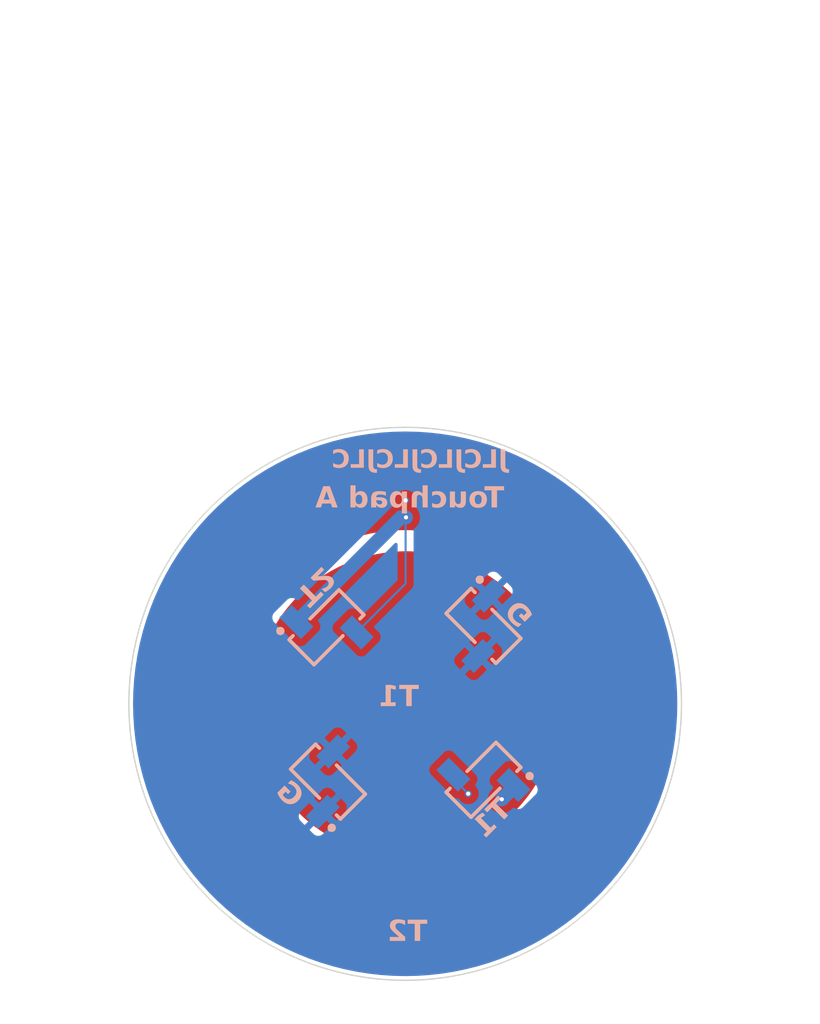
<source format=kicad_pcb>
(kicad_pcb (version 20221018) (generator pcbnew)
  (layers (0 "F.Cu" signal) (31 "B.Cu" signal) (34 "B.Paste" user) (35 "F.Paste" user) (36 "B.SilkS" user "B.Silkscreen") (37 "F.SilkS" user "F.Silkscreen") (38 "B.Mask" user) (39 "F.Mask" user) (44 "Edge.Cuts" user))
  (net 0 "")
  (net 1 "Net-(T1-Pad1)")
  (net 2 "Net-(T2-Pad1)")
  (net 3 "GND")
  (footprint "footprint:Touchpad inner circle" (layer "F.Cu") (at 103.181082 66.349705)
    (fp_text reference "T1" hide)
    (fp_text value "Inner circle")
    (pad "1" smd circle (at 0 0) (size 22 22) (layers "F.Cu") (net 1 "Net-(T1-Pad1)"))
  )
  (footprint "footprint:Touchpad outer circle" (layer "F.Cu") (at 103.1 50.33)
    (fp_text reference "T2" hide)
    (fp_text value "Outer circle")
    (pad "1" smd custom (at 0 0) (size 7 7) (layers "F.Cu") (net 2 "Net-(T2-Pad1)") (options (clearance outline) (anchor circle)) (primitives (gr_circle (center 0 16) (end 16 16) (width 7) (fill none))))
  )
  (footprint "footprint:HDR-SMD_2P-P2.54_XKB_X6511WVS-02H-C60D48R2" (layer "B.Cu") (at 108.760822 60.719705 -45)
    (fp_text reference "U2" hide)
    (fp_text value "X6511WVS-02H-C60D48R2")
    (fp_line (start -2.540005 -1.270028) (end -2.540005 1.269977) (stroke (width 0.254)) (layer "B.SilkS"))
    (fp_line (start -2.540005 1.269977) (end 0.403886 1.269977) (stroke (width 0.254)) (layer "B.SilkS"))
    (fp_line (start -2.136119 -1.270028) (end -2.540005 -1.270028) (stroke (width 0.254)) (layer "B.SilkS"))
    (fp_line (start 2.540005 -1.269241) (end -0.403861 -1.269241) (stroke (width 0.254)) (layer "B.SilkS"))
    (fp_line (start 2.540005 1.270765) (end 2.136144 1.270765) (stroke (width 0.254)) (layer "B.SilkS"))
    (fp_line (start 2.540005 1.270765) (end 2.540005 -1.269241) (stroke (width 0.254)) (layer "B.SilkS"))
    (fp_circle (center -2.540005 -2.400127) (end -2.510008 -2.400127) (stroke (width 0.059995)) (fill none) (layer "B.SilkS"))
    (fp_circle (center -2.540005 -2.159004) (end -2.389891 -2.159004) (stroke (width 0.3)) (fill none) (layer "B.SilkS"))
    (pad "1" smd rect (at -1.270003 -1.800102 315) (size 1.270003 2.2) (layers "B.Cu" "B.Paste" "B.Mask") (net 3 "GND"))
    (pad "2" smd rect (at 1.270003 1.800102 315) (size 1.270003 2.2) (layers "B.Cu" "B.Paste" "B.Mask") (net 3 "GND"))
  )
  (footprint "footprint:HDR-SMD_2P-P2.54_XKB_X6511WVS-02H-C60D48R2" (layer "B.Cu") (at 108.761082 71.799705 -135)
    (fp_text reference "U1" hide)
    (fp_text value "X6511WVS-02H-C60D48R2")
    (fp_line (start -2.540005 -1.270028) (end -2.540005 1.269977) (stroke (width 0.254)) (layer "B.SilkS"))
    (fp_line (start -2.540005 1.269977) (end 0.403886 1.269977) (stroke (width 0.254)) (layer "B.SilkS"))
    (fp_line (start -2.136119 -1.270028) (end -2.540005 -1.270028) (stroke (width 0.254)) (layer "B.SilkS"))
    (fp_line (start 2.540005 -1.269241) (end -0.403861 -1.269241) (stroke (width 0.254)) (layer "B.SilkS"))
    (fp_line (start 2.540005 1.270765) (end 2.136144 1.270765) (stroke (width 0.254)) (layer "B.SilkS"))
    (fp_line (start 2.540005 1.270765) (end 2.540005 -1.269241) (stroke (width 0.254)) (layer "B.SilkS"))
    (fp_circle (center -2.540005 -2.400127) (end -2.510008 -2.400127) (stroke (width 0.059995)) (fill none) (layer "B.SilkS"))
    (fp_circle (center -2.540005 -2.159004) (end -2.389891 -2.159004) (stroke (width 0.3)) (fill none) (layer "B.SilkS"))
    (pad "1" smd rect (at -1.270003 -1.800102 225) (size 1.270003 2.2) (layers "B.Cu" "B.Paste" "B.Mask") (net 1 "Net-(T1-Pad1)"))
    (pad "2" smd rect (at 1.270003 1.800102 225) (size 1.270003 2.2) (layers "B.Cu" "B.Paste" "B.Mask") (net 1 "Net-(T1-Pad1)"))
  )
  (footprint "footprint:HDR-SMD_2P-P2.54_XKB_X6511WVS-02H-C60D48R2" (layer "B.Cu") (at 97.453628 60.819445 45)
    (fp_text reference "U3" hide)
    (fp_text value "X6511WVS-02H-C60D48R2")
    (fp_line (start -2.540005 -1.270028) (end -2.540005 1.269977) (stroke (width 0.254)) (layer "B.SilkS"))
    (fp_line (start -2.540005 1.269977) (end 0.403886 1.269977) (stroke (width 0.254)) (layer "B.SilkS"))
    (fp_line (start -2.136119 -1.270028) (end -2.540005 -1.270028) (stroke (width 0.254)) (layer "B.SilkS"))
    (fp_line (start 2.540005 -1.269241) (end -0.403861 -1.269241) (stroke (width 0.254)) (layer "B.SilkS"))
    (fp_line (start 2.540005 1.270765) (end 2.136144 1.270765) (stroke (width 0.254)) (layer "B.SilkS"))
    (fp_line (start 2.540005 1.270765) (end 2.540005 -1.269241) (stroke (width 0.254)) (layer "B.SilkS"))
    (fp_circle (center -2.540005 -2.400127) (end -2.510008 -2.400127) (stroke (width 0.059995)) (fill none) (layer "B.SilkS"))
    (fp_circle (center -2.540005 -2.159004) (end -2.389891 -2.159004) (stroke (width 0.3)) (fill none) (layer "B.SilkS"))
    (pad "1" smd rect (at -1.270003 -1.800102 45) (size 1.270003 2.2) (layers "B.Cu" "B.Paste" "B.Mask") (net 2 "Net-(T2-Pad1)"))
    (pad "2" smd rect (at 1.270003 1.800102 45) (size 1.270003 2.2) (layers "B.Cu" "B.Paste" "B.Mask") (net 2 "Net-(T2-Pad1)"))
  )
  (footprint "footprint:HDR-SMD_2P-P2.54_XKB_X6511WVS-02H-C60D48R2" (layer "B.Cu") (at 97.561082 71.929705 135)
    (fp_text reference "U4" hide)
    (fp_text value "X6511WVS-02H-C60D48R2")
    (fp_line (start -2.540005 -1.270028) (end -2.540005 1.269977) (stroke (width 0.254)) (layer "B.SilkS"))
    (fp_line (start -2.540005 1.269977) (end 0.403886 1.269977) (stroke (width 0.254)) (layer "B.SilkS"))
    (fp_line (start -2.136119 -1.270028) (end -2.540005 -1.270028) (stroke (width 0.254)) (layer "B.SilkS"))
    (fp_line (start 2.540005 -1.269241) (end -0.403861 -1.269241) (stroke (width 0.254)) (layer "B.SilkS"))
    (fp_line (start 2.540005 1.270765) (end 2.136144 1.270765) (stroke (width 0.254)) (layer "B.SilkS"))
    (fp_line (start 2.540005 1.270765) (end 2.540005 -1.269241) (stroke (width 0.254)) (layer "B.SilkS"))
    (fp_circle (center -2.540005 -2.400127) (end -2.510008 -2.400127) (stroke (width 0.059995)) (fill none) (layer "B.SilkS"))
    (fp_circle (center -2.540005 -2.159004) (end -2.389891 -2.159004) (stroke (width 0.3)) (fill none) (layer "B.SilkS"))
    (pad "1" smd rect (at -1.270003 -1.800102 135) (size 1.270003 2.2) (layers "B.Cu" "B.Paste" "B.Mask") (net 3 "GND"))
    (pad "2" smd rect (at 1.270003 1.800102 135) (size 1.270003 2.2) (layers "B.Cu" "B.Paste" "B.Mask") (net 3 "GND"))
  )
  (gr_circle (center 103.120097 66.328963) (end 123.020097 66.328963) (stroke (width 0.1)) (fill none) (layer "Edge.Cuts"))
  (gr_text "G" (at 111.41 58.54 135) (layer "B.SilkS") (effects (font (size 1.5 1.5) (thickness 0.3) bold) (justify left bottom mirror)))
  (gr_text "Touchpad A" (at 103.45 52.45) (layer "B.SilkS") (effects (font (size 1.5 1.5) (thickness 0.3) bold) (justify bottom mirror)))
  (gr_text "T2" (at 94.99 58.21 225) (layer "B.SilkS") (effects (font (size 1.5 1.5) (thickness 0.3) bold) (justify left bottom mirror)))
  (gr_text "JLCJLCJLCJLC" (at 110.5 49.56) (layer "B.SilkS") (effects (font (size 1.3 1.3) (thickness 0.3) bold) (justify left bottom mirror)))
  (gr_text "G" (at 94.76 74.1 315) (layer "B.SilkS") (effects (font (size 1.5 1.5) (thickness 0.3) bold) (justify left bottom mirror)))
  (gr_text "T1" (at 111.08 74.19 45) (layer "B.SilkS") (effects (font (size 1.5 1.5) (thickness 0.3) bold) (justify left bottom mirror)))
  (gr_text "T2" (at 104.72 83.65) (layer "B.SilkS") (effects (font (size 1.5 1.5) (thickness 0.3) bold) (justify left bottom mirror)))
  (gr_text "T1" (at 104.11 66.75) (layer "B.SilkS") (effects (font (size 1.5 1.5) (thickness 0.3) bold) (justify left bottom mirror)))
  (via (at 107.66 72.8) (size 0.5) (drill 0.3) (layers "F.Cu" "B.Cu") (net 1))
  (via (at 110.08 73.2) (size 0.5) (drill 0.3) (layers "F.Cu" "B.Cu") (net 1))
  (segment (start 106.59019 71.73019) (end 107.66 72.8) (width 0.15) (layer "B.Cu") (net 1))
  (segment (start 106.59019 71.424868) (end 106.59019 71.73019) (width 0.15) (layer "B.Cu") (net 1))
  (segment (start 110.931974 72.174542) (end 110.931974 72.348026) (width 1) (layer "B.Cu") (net 1))
  (segment (start 110.931974 72.348026) (end 110.08 73.2) (width 1) (layer "B.Cu") (net 1))
  (via (at 103.15 51.69) (size 0.5) (drill 0.3) (layers "F.Cu" "B.Cu") (net 2))
  (via (at 103.18 52.91) (size 0.5) (drill 0.3) (layers "F.Cu" "B.Cu") (net 2))
  (segment (start 99.62452 61.194282) (end 103.15 57.668802) (width 0.15) (layer "B.Cu") (net 2))
  (segment (start 95.282736 60.444608) (end 102.817344 52.91) (width 1) (layer "B.Cu") (net 2))
  (segment (start 103.15 52.94) (end 103.18 52.91) (width 0.15) (layer "B.Cu") (net 2))
  (segment (start 103.18 52.91) (end 103.15 52.88) (width 0.15) (layer "B.Cu") (net 2))
  (segment (start 102.817344 52.91) (end 103.18 52.91) (width 1) (layer "B.Cu") (net 2))
  (segment (start 103.15 57.668802) (end 103.15 52.94) (width 0.15) (layer "B.Cu") (net 2))
  (segment (start 103.15 52.88) (end 103.15 51.69) (width 0.15) (layer "B.Cu") (net 2))
  (zone (net 3) (net_name "GND") (layer "B.Cu") (connect_pads (clearance 0.5)) (min_thickness 0.25) (fill yes (thermal_gap 0.5) (thermal_bridge_width 0.5))
    (polygon (pts (xy 78.21 42.99) (xy 133.01 42.52) (xy 132.32 89.4) (xy 73.94 88.01)))
  )
)
</source>
